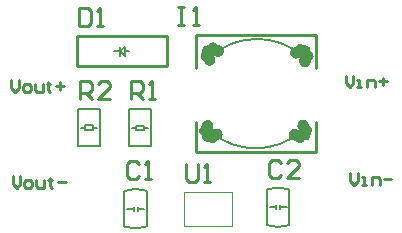
<source format=gto>
G04*
G04 #@! TF.GenerationSoftware,Altium Limited,Altium Designer,21.0.8 (223)*
G04*
G04 Layer_Color=65535*
%FSTAX24Y24*%
%MOIN*%
G70*
G04*
G04 #@! TF.SameCoordinates,AB0A05E5-0508-4E5D-A7E0-7FBC12203544*
G04*
G04*
G04 #@! TF.FilePolarity,Positive*
G04*
G01*
G75*
%ADD10C,0.0060*%
%ADD11C,0.0400*%
%ADD12C,0.0080*%
%ADD13C,0.0039*%
%ADD14C,0.0100*%
%ADD15C,0.0050*%
%ADD16C,0.0060*%
D10*
X037422Y016795D02*
G03*
X036681Y016795I-000372J-000976D01*
G01*
X036681Y015607D02*
G03*
X037421Y015611I000365J000979D01*
G01*
X031931Y015561D02*
G03*
X032671Y015565I000365J000979D01*
G01*
X032672Y016749D02*
G03*
X031931Y01675I-000372J-000976D01*
G01*
X037424Y015613D02*
Y01679D01*
X036676Y015609D02*
Y016794D01*
X036981Y016131D02*
Y016269D01*
X036765Y0162D02*
X036981D01*
X037129D02*
X037345D01*
X037129Y016131D02*
Y016269D01*
X032379Y016085D02*
Y016223D01*
Y016154D02*
X032595D01*
X032015D02*
X032231D01*
Y016085D02*
Y016223D01*
X031926Y015563D02*
Y016748D01*
X032674Y015567D02*
Y016744D01*
D11*
X035045Y021414D02*
G03*
X03476Y021115I-000172J-000122D01*
G01*
X034701Y018914D02*
G03*
X035001Y018629I000122J-000172D01*
G01*
X037602Y018621D02*
G03*
X037887Y01892I000172J000122D01*
G01*
X037945Y021071D02*
G03*
X037646Y021356I-000122J000172D01*
G01*
D12*
X037841Y021271D02*
G03*
X036348Y021814I-001493J-001779D01*
G01*
X036347Y021814D02*
G03*
X034854Y021271I0J-002323D01*
G01*
X034811Y018712D02*
G03*
X036304Y018169I001493J001779D01*
G01*
X036305Y018169D02*
G03*
X037798Y018712I0J002323D01*
G01*
D13*
X0339Y016711D02*
X0355D01*
X03464D02*
X034776D01*
X0339Y015589D02*
Y016711D01*
Y015589D02*
X0355D01*
Y016711D01*
D14*
X033346Y0209D02*
Y0219D01*
X030346D02*
X033346D01*
X030346Y0209D02*
Y0219D01*
Y0209D02*
X033346D01*
X034323Y018042D02*
X038323D01*
X034323Y021942D02*
X038323D01*
X034323Y018042D02*
Y019052D01*
X038323Y018042D02*
Y019052D01*
Y020848D02*
Y021942D01*
X034323Y020848D02*
Y021942D01*
X03398Y01764D02*
Y01714D01*
X03408Y01704D01*
X03428D01*
X03438Y01714D01*
Y01764D01*
X03458Y01704D02*
X03478D01*
X03468D01*
Y01764D01*
X03458Y01754D01*
X03715Y01769D02*
X03705Y01779D01*
X03685D01*
X03675Y01769D01*
Y01729D01*
X03685Y01719D01*
X03705D01*
X03715Y01729D01*
X03775Y01719D02*
X03735D01*
X03775Y01759D01*
Y01769D01*
X03765Y01779D01*
X03745D01*
X03735Y01769D01*
X0304Y02285D02*
Y02225D01*
X0307D01*
X0308Y02235D01*
Y02275D01*
X0307Y02285D01*
X0304D01*
X031Y02225D02*
X0312D01*
X0311D01*
Y02285D01*
X031Y02275D01*
X03373Y02289D02*
X03393D01*
X03383D01*
Y02229D01*
X03373D01*
X03393D01*
X03423D02*
X03443D01*
X03433D01*
Y02289D01*
X03423Y02279D01*
X03045Y0198D02*
Y0204D01*
X03075D01*
X03085Y0203D01*
Y0201D01*
X03075Y02D01*
X03045D01*
X03065D02*
X03085Y0198D01*
X03145D02*
X03105D01*
X03145Y0202D01*
Y0203D01*
X03135Y0204D01*
X03115D01*
X03105Y0203D01*
X0282Y017244D02*
Y016981D01*
X028331Y01685D01*
X028462Y016981D01*
Y017244D01*
X028659Y01685D02*
X02879D01*
X028856Y016916D01*
Y017047D01*
X02879Y017112D01*
X028659D01*
X028594Y017047D01*
Y016916D01*
X028659Y01685D01*
X028987Y017112D02*
Y016916D01*
X029053Y01685D01*
X02925D01*
Y017112D01*
X029446Y017178D02*
Y017112D01*
X029381D01*
X029512D01*
X029446D01*
Y016916D01*
X029512Y01685D01*
X029709Y017047D02*
X029971D01*
X02815Y020444D02*
Y020181D01*
X028281Y02005D01*
X028412Y020181D01*
Y020444D01*
X028609Y02005D02*
X02874D01*
X028806Y020116D01*
Y020247D01*
X02874Y020312D01*
X028609D01*
X028544Y020247D01*
Y020116D01*
X028609Y02005D01*
X028937Y020312D02*
Y020116D01*
X029003Y02005D01*
X0292D01*
Y020312D01*
X029396Y020378D02*
Y020312D01*
X029331D01*
X029462D01*
X029396D01*
Y020116D01*
X029462Y02005D01*
X029659Y020247D02*
X029921D01*
X02979Y020378D02*
Y020116D01*
X03945Y017344D02*
Y017081D01*
X039581Y01695D01*
X039712Y017081D01*
Y017344D01*
X039844Y01695D02*
X039975D01*
X039909D01*
Y017212D01*
X039844D01*
X040172Y01695D02*
Y017212D01*
X040368D01*
X040434Y017147D01*
Y01695D01*
X040565Y017147D02*
X040828D01*
X0393Y020594D02*
Y020331D01*
X039431Y0202D01*
X039562Y020331D01*
Y020594D01*
X039694Y0202D02*
X039825D01*
X039759D01*
Y020462D01*
X039694D01*
X040022Y0202D02*
Y020462D01*
X040218D01*
X040284Y020397D01*
Y0202D01*
X040415Y020397D02*
X040678D01*
X040546Y020528D02*
Y020266D01*
X03215Y0198D02*
Y0204D01*
X03245D01*
X03255Y0203D01*
Y0201D01*
X03245Y02D01*
X03215D01*
X03235D02*
X03255Y0198D01*
X03275D02*
X03295D01*
X03285D01*
Y0204D01*
X03275Y0203D01*
X0324Y01765D02*
X0323Y01775D01*
X0321D01*
X032Y01765D01*
Y01725D01*
X0321Y01715D01*
X0323D01*
X0324Y01725D01*
X0326Y01715D02*
X0328D01*
X0327D01*
Y01775D01*
X0326Y01765D01*
D15*
X031596Y0214D02*
X031796D01*
Y02125D02*
Y02155D01*
X031946Y0214D02*
Y02155D01*
X031796Y0214D02*
X031946Y02155D01*
X031796Y0214D02*
X031946Y02125D01*
Y0214D01*
X032096D01*
D16*
X030384Y018242D02*
Y019472D01*
X031114D01*
X030384Y018242D02*
X031114D01*
Y019472D01*
X030624Y018932D02*
X030874D01*
X030624Y018772D02*
X030874D01*
Y018852D02*
X031024D01*
X030874D02*
Y018932D01*
Y018772D02*
Y018852D01*
X030624D02*
Y018932D01*
Y018772D02*
Y018852D01*
X030474D02*
X030624D01*
X032174Y018848D02*
X032324D01*
Y018768D02*
Y018848D01*
Y018928D01*
X032574Y018768D02*
Y018848D01*
Y018928D01*
Y018848D02*
X032724D01*
X032324Y018768D02*
X032574D01*
X032324Y018928D02*
X032574D01*
X032814Y018238D02*
Y019468D01*
X032084Y018238D02*
X032814D01*
X032084Y019468D02*
X032814D01*
X032084Y018238D02*
Y019468D01*
M02*

</source>
